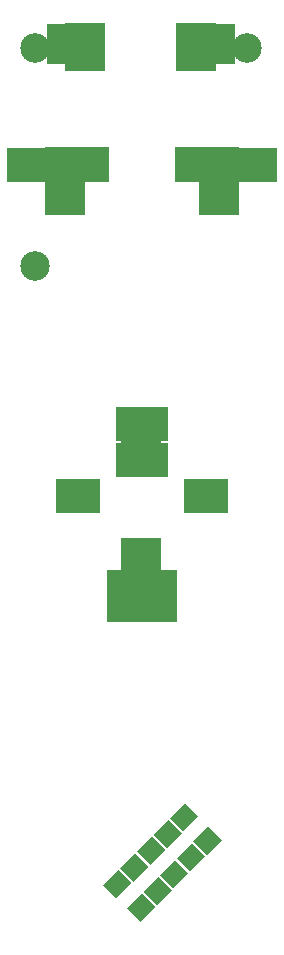
<source format=gbp>
G75*
%MOIN*%
%OFA0B0*%
%FSLAX25Y25*%
%IPPOS*%
%LPD*%
%AMOC8*
5,1,8,0,0,1.08239X$1,22.5*
%
%ADD10C,0.09843*%
%ADD11R,0.13780X0.13780*%
%ADD12R,0.14567X0.11811*%
%ADD13R,0.13780X0.16142*%
%ADD14R,0.13780X0.22835*%
%ADD15R,0.23622X0.17717*%
%ADD16R,0.17717X0.11417*%
%ADD17R,0.17717X0.11811*%
%ADD18R,0.06299X0.07087*%
D10*
X0068698Y0298500D03*
X0068698Y0371335D03*
X0139564Y0371335D03*
D11*
X0128737Y0372516D03*
X0128737Y0372516D03*
X0079524Y0372516D03*
X0079524Y0372516D03*
X0104131Y0242594D03*
X0104131Y0201256D03*
D12*
X0083264Y0222122D03*
X0125784Y0222122D03*
X0142320Y0332358D03*
X0066729Y0332358D03*
D13*
X0085627Y0371728D03*
X0122635Y0371728D03*
D14*
X0130115Y0326846D03*
X0078934Y0326846D03*
D15*
X0104524Y0188657D03*
D16*
X0084839Y0332358D03*
X0084839Y0332555D03*
X0124209Y0332555D03*
X0124209Y0332358D03*
D17*
X0104524Y0245941D03*
X0104524Y0233933D03*
D18*
G36*
X0096018Y0087913D02*
X0091565Y0092366D01*
X0096574Y0097375D01*
X0101027Y0092922D01*
X0096018Y0087913D01*
G37*
G36*
X0101586Y0093481D02*
X0097133Y0097934D01*
X0102142Y0102943D01*
X0106595Y0098490D01*
X0101586Y0093481D01*
G37*
G36*
X0103813Y0080118D02*
X0099360Y0084571D01*
X0104369Y0089580D01*
X0108822Y0085127D01*
X0103813Y0080118D01*
G37*
G36*
X0109381Y0085686D02*
X0104928Y0090139D01*
X0109937Y0095148D01*
X0114390Y0090695D01*
X0109381Y0085686D01*
G37*
G36*
X0114949Y0091254D02*
X0110496Y0095707D01*
X0115505Y0100716D01*
X0119958Y0096263D01*
X0114949Y0091254D01*
G37*
G36*
X0120517Y0096821D02*
X0116064Y0101274D01*
X0121073Y0106283D01*
X0125526Y0101830D01*
X0120517Y0096821D01*
G37*
G36*
X0126084Y0102389D02*
X0121631Y0106842D01*
X0126640Y0111851D01*
X0131093Y0107398D01*
X0126084Y0102389D01*
G37*
G36*
X0118290Y0110184D02*
X0113837Y0114637D01*
X0118846Y0119646D01*
X0123299Y0115193D01*
X0118290Y0110184D01*
G37*
G36*
X0112722Y0104616D02*
X0108269Y0109069D01*
X0113278Y0114078D01*
X0117731Y0109625D01*
X0112722Y0104616D01*
G37*
G36*
X0107154Y0099048D02*
X0102701Y0103501D01*
X0107710Y0108510D01*
X0112163Y0104057D01*
X0107154Y0099048D01*
G37*
M02*

</source>
